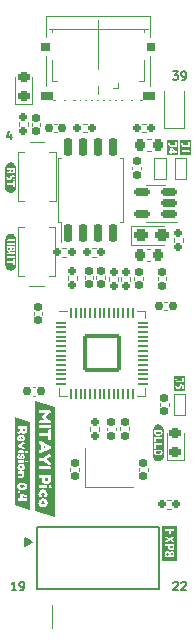
<source format=gbr>
G04 #@! TF.GenerationSoftware,KiCad,Pcbnew,(6.0.7)*
G04 #@! TF.CreationDate,2022-09-22T23:06:15+05:30*
G04 #@! TF.ProjectId,Mitayi-Pico-RP2040,4d697461-7969-42d5-9069-636f2d525032,0.4*
G04 #@! TF.SameCoordinates,PX825e060PY6d4a840*
G04 #@! TF.FileFunction,Legend,Top*
G04 #@! TF.FilePolarity,Positive*
%FSLAX46Y46*%
G04 Gerber Fmt 4.6, Leading zero omitted, Abs format (unit mm)*
G04 Created by KiCad (PCBNEW (6.0.7)) date 2022-09-22 23:06:15*
%MOMM*%
%LPD*%
G01*
G04 APERTURE LIST*
G04 Aperture macros list*
%AMRoundRect*
0 Rectangle with rounded corners*
0 $1 Rounding radius*
0 $2 $3 $4 $5 $6 $7 $8 $9 X,Y pos of 4 corners*
0 Add a 4 corners polygon primitive as box body*
4,1,4,$2,$3,$4,$5,$6,$7,$8,$9,$2,$3,0*
0 Add four circle primitives for the rounded corners*
1,1,$1+$1,$2,$3*
1,1,$1+$1,$4,$5*
1,1,$1+$1,$6,$7*
1,1,$1+$1,$8,$9*
0 Add four rect primitives between the rounded corners*
20,1,$1+$1,$2,$3,$4,$5,0*
20,1,$1+$1,$4,$5,$6,$7,0*
20,1,$1+$1,$6,$7,$8,$9,0*
20,1,$1+$1,$8,$9,$2,$3,0*%
%AMFreePoly0*
4,1,13,-0.340000,0.160000,-0.327821,0.221229,-0.293137,0.273137,-0.241229,0.307821,-0.180000,0.320000,0.340000,0.320000,0.340000,-0.320000,-0.180000,-0.320000,-0.241229,-0.307821,-0.293137,-0.273137,-0.327821,-0.221229,-0.340000,-0.160000,-0.340000,0.160000,-0.340000,0.160000,$1*%
%AMFreePoly1*
4,1,13,-0.340000,0.320000,0.180000,0.320000,0.241229,0.307821,0.293137,0.273137,0.327821,0.221229,0.340000,0.160000,0.340000,-0.160000,0.327821,-0.221229,0.293137,-0.273137,0.241229,-0.307821,0.180000,-0.320000,-0.340000,-0.320000,-0.340000,0.320000,-0.340000,0.320000,$1*%
G04 Aperture macros list end*
%ADD10C,0.150000*%
%ADD11C,0.120000*%
%ADD12C,0.100000*%
%ADD13C,0.020000*%
%ADD14FreePoly0,270.000000*%
%ADD15FreePoly1,270.000000*%
%ADD16RoundRect,0.218750X0.256250X-0.218750X0.256250X0.218750X-0.256250X0.218750X-0.256250X-0.218750X0*%
%ADD17RoundRect,0.155000X0.155000X-0.212500X0.155000X0.212500X-0.155000X0.212500X-0.155000X-0.212500X0*%
%ADD18RoundRect,0.225000X0.225000X0.250000X-0.225000X0.250000X-0.225000X-0.250000X0.225000X-0.250000X0*%
%ADD19RoundRect,0.155000X0.212500X0.155000X-0.212500X0.155000X-0.212500X-0.155000X0.212500X-0.155000X0*%
%ADD20RoundRect,0.160000X0.197500X0.160000X-0.197500X0.160000X-0.197500X-0.160000X0.197500X-0.160000X0*%
%ADD21C,1.500000*%
%ADD22RoundRect,0.160000X-0.160000X0.197500X-0.160000X-0.197500X0.160000X-0.197500X0.160000X0.197500X0*%
%ADD23RoundRect,0.155000X-0.212500X-0.155000X0.212500X-0.155000X0.212500X0.155000X-0.212500X0.155000X0*%
%ADD24RoundRect,0.050000X-0.387500X-0.050000X0.387500X-0.050000X0.387500X0.050000X-0.387500X0.050000X0*%
%ADD25RoundRect,0.050000X-0.050000X-0.387500X0.050000X-0.387500X0.050000X0.387500X-0.050000X0.387500X0*%
%ADD26RoundRect,0.144000X-1.456000X-1.456000X1.456000X-1.456000X1.456000X1.456000X-1.456000X1.456000X0*%
%ADD27RoundRect,0.155000X-0.155000X0.212500X-0.155000X-0.212500X0.155000X-0.212500X0.155000X0.212500X0*%
%ADD28RoundRect,0.150000X0.150000X-0.650000X0.150000X0.650000X-0.150000X0.650000X-0.150000X-0.650000X0*%
%ADD29O,1.600000X1.700000*%
%ADD30R,1.600000X3.200000*%
%ADD31FreePoly0,90.000000*%
%ADD32FreePoly1,90.000000*%
%ADD33RoundRect,0.225000X-0.225000X-0.250000X0.225000X-0.250000X0.225000X0.250000X-0.225000X0.250000X0*%
%ADD34C,0.670000*%
%ADD35R,0.300000X1.450000*%
%ADD36RoundRect,0.500000X0.000000X0.300000X0.000000X0.300000X0.000000X-0.300000X0.000000X-0.300000X0*%
%ADD37R,1.400000X1.200000*%
%ADD38RoundRect,0.160000X0.160000X-0.197500X0.160000X0.197500X-0.160000X0.197500X-0.160000X-0.197500X0*%
%ADD39R,1.000000X1.000000*%
%ADD40R,0.400000X1.350000*%
%ADD41R,1.500000X1.900000*%
%ADD42O,1.200000X1.900000*%
%ADD43C,1.450000*%
%ADD44R,1.200000X1.900000*%
%ADD45R,1.700000X1.150000*%
%ADD46R,3.200000X1.600000*%
%ADD47O,1.700000X1.600000*%
%ADD48RoundRect,0.250000X-0.312500X-0.275000X0.312500X-0.275000X0.312500X0.275000X-0.312500X0.275000X0*%
%ADD49RoundRect,0.160000X-0.197500X-0.160000X0.197500X-0.160000X0.197500X0.160000X-0.197500X0.160000X0*%
%ADD50RoundRect,0.150000X0.512500X0.150000X-0.512500X0.150000X-0.512500X-0.150000X0.512500X-0.150000X0*%
%ADD51R,1.700000X1.700000*%
%ADD52O,1.700000X1.700000*%
G04 APERTURE END LIST*
D10*
X15650000Y3700000D02*
X5350000Y3700000D01*
X15650000Y8950000D02*
X15650000Y3700000D01*
X15650000Y8950000D02*
X5350000Y8950000D01*
X5350000Y3700000D02*
X5350000Y8950000D01*
X16833333Y47483334D02*
X17266666Y47483334D01*
X17033333Y47216667D01*
X17133333Y47216667D01*
X17200000Y47183334D01*
X17233333Y47150000D01*
X17266666Y47083334D01*
X17266666Y46916667D01*
X17233333Y46850000D01*
X17200000Y46816667D01*
X17133333Y46783334D01*
X16933333Y46783334D01*
X16866666Y46816667D01*
X16833333Y46850000D01*
X17600000Y46783334D02*
X17733333Y46783334D01*
X17800000Y46816667D01*
X17833333Y46850000D01*
X17900000Y46950000D01*
X17933333Y47083334D01*
X17933333Y47350000D01*
X17900000Y47416667D01*
X17866666Y47450000D01*
X17800000Y47483334D01*
X17666666Y47483334D01*
X17600000Y47450000D01*
X17566666Y47416667D01*
X17533333Y47350000D01*
X17533333Y47183334D01*
X17566666Y47116667D01*
X17600000Y47083334D01*
X17666666Y47050000D01*
X17800000Y47050000D01*
X17866666Y47083334D01*
X17900000Y47116667D01*
X17933333Y47183334D01*
X4340476Y7954762D02*
X4302380Y7954762D01*
X4416666Y7916667D02*
X4302380Y7916667D01*
X4492857Y7878572D02*
X4302380Y7878572D01*
X4569047Y7840477D02*
X4302380Y7840477D01*
X4607142Y7802381D02*
X4302380Y7802381D01*
X4683333Y7764286D02*
X4302380Y7764286D01*
X4759523Y7726191D02*
X4302380Y7726191D01*
X4835714Y7688096D02*
X4302380Y7688096D01*
X4911904Y7650000D02*
X4302380Y7650000D01*
X4835714Y7611905D02*
X4302380Y7611905D01*
X4759523Y7573810D02*
X4302380Y7573810D01*
X4683333Y7535715D02*
X4302380Y7535715D01*
X4607142Y7497620D02*
X4302380Y7497620D01*
X4569047Y7459524D02*
X4302380Y7459524D01*
X4492857Y7421429D02*
X4302380Y7421429D01*
X4416666Y7383334D02*
X4302380Y7383334D01*
X4302380Y7345239D02*
X4873809Y7650000D01*
X4302380Y7954762D01*
X4340476Y7345239D02*
X4302380Y7345239D01*
X4911904Y7650000D02*
X4302380Y7307143D01*
X4302380Y7992858D01*
X4911904Y7650000D01*
X16866666Y4216667D02*
X16900000Y4250000D01*
X16966666Y4283334D01*
X17133333Y4283334D01*
X17200000Y4250000D01*
X17233333Y4216667D01*
X17266666Y4150000D01*
X17266666Y4083334D01*
X17233333Y3983334D01*
X16833333Y3583334D01*
X17266666Y3583334D01*
X17533333Y4216667D02*
X17566666Y4250000D01*
X17633333Y4283334D01*
X17800000Y4283334D01*
X17866666Y4250000D01*
X17900000Y4216667D01*
X17933333Y4150000D01*
X17933333Y4083334D01*
X17900000Y3983334D01*
X17500000Y3583334D01*
X17933333Y3583334D01*
X3133333Y42200000D02*
X3133333Y41733334D01*
X2966666Y42466667D02*
X2800000Y41966667D01*
X3233333Y41966667D01*
X3566666Y3583334D02*
X3166666Y3583334D01*
X3366666Y3583334D02*
X3366666Y4283334D01*
X3300000Y4183334D01*
X3233333Y4116667D01*
X3166666Y4083334D01*
X3900000Y3583334D02*
X4033333Y3583334D01*
X4100000Y3616667D01*
X4133333Y3650000D01*
X4200000Y3750000D01*
X4233333Y3883334D01*
X4233333Y4150000D01*
X4200000Y4216667D01*
X4166666Y4250000D01*
X4100000Y4283334D01*
X3966666Y4283334D01*
X3900000Y4250000D01*
X3866666Y4216667D01*
X3833333Y4150000D01*
X3833333Y3983334D01*
X3866666Y3916667D01*
X3900000Y3883334D01*
X3966666Y3850000D01*
X4100000Y3850000D01*
X4166666Y3883334D01*
X4200000Y3916667D01*
X4233333Y3983334D01*
G36*
X3431213Y10786413D02*
G01*
X3431213Y11253508D01*
X3679392Y11253508D01*
X3686059Y11199612D01*
X3713285Y11167386D01*
X3777182Y11156829D01*
X4395037Y11156829D01*
X4433931Y11158496D01*
X4463379Y11169053D01*
X4486715Y11199057D01*
X4493938Y11255175D01*
X4487826Y11311849D01*
X4466157Y11342408D01*
X4438376Y11352965D01*
X4400593Y11354632D01*
X4097222Y11354632D01*
X4097222Y11535766D01*
X4368367Y11467979D01*
X4371701Y11466868D01*
X4418373Y11459089D01*
X4461156Y11478536D01*
X4489493Y11536877D01*
X4497272Y11587994D01*
X4485048Y11626332D01*
X4459489Y11646335D01*
X4420596Y11658003D01*
X4048327Y11750237D01*
X4003877Y11753571D01*
X3956093Y11748014D01*
X3924422Y11717733D01*
X3913866Y11655781D01*
X3913866Y11354632D01*
X3778293Y11354632D01*
X3720508Y11347964D01*
X3698283Y11333518D01*
X3684948Y11304626D01*
X3679392Y11253508D01*
X3431213Y11253508D01*
X3431213Y11895255D01*
X3677169Y11895255D01*
X3685226Y11840665D01*
X3709396Y11811356D01*
X3739955Y11799687D01*
X3779404Y11798021D01*
X3783849Y11798021D01*
X3861637Y11816912D01*
X3879139Y11852889D01*
X3884973Y11909701D01*
X3876639Y11964291D01*
X3851636Y11993601D01*
X3821632Y12004157D01*
X3782738Y12005824D01*
X3778293Y12005824D01*
X3698283Y11984155D01*
X3682448Y11951095D01*
X3677169Y11895255D01*
X3431213Y11895255D01*
X3431213Y12370314D01*
X3662723Y12370314D01*
X3669946Y12299333D01*
X3691616Y12237520D01*
X3724397Y12186541D01*
X3764958Y12148064D01*
X3829063Y12110143D01*
X3903587Y12083056D01*
X3988528Y12066804D01*
X4083887Y12061387D01*
X4157353Y12065091D01*
X4228102Y12076204D01*
X4296136Y12094724D01*
X4352254Y12117922D01*
X4400593Y12147509D01*
X4441432Y12186402D01*
X4475047Y12237520D01*
X4497550Y12299611D01*
X4505051Y12371426D01*
X4497411Y12443518D01*
X4474491Y12506442D01*
X4440320Y12558255D01*
X4398926Y12597009D01*
X4345447Y12627708D01*
X4275022Y12655350D01*
X4218842Y12669858D01*
X4155501Y12678563D01*
X4084998Y12681464D01*
X4007087Y12677884D01*
X3934856Y12667142D01*
X3868304Y12649238D01*
X3812464Y12625207D01*
X3764958Y12595342D01*
X3725092Y12556171D01*
X3692171Y12504220D01*
X3670085Y12441573D01*
X3662723Y12370314D01*
X3431213Y12370314D01*
X3431213Y13132632D01*
X3679392Y13132632D01*
X3686893Y13075402D01*
X3709396Y13045954D01*
X3737732Y13036509D01*
X3776071Y13034842D01*
X3971651Y13034842D01*
X4049006Y13043053D01*
X4118089Y13067685D01*
X4178899Y13108740D01*
X4226127Y13162142D01*
X4254464Y13223816D01*
X4263909Y13293763D01*
X4238351Y13377107D01*
X4215014Y13407111D01*
X4192789Y13427113D01*
X4238351Y13438226D01*
X4257520Y13466840D01*
X4263909Y13521569D01*
X4256964Y13577965D01*
X4236128Y13607136D01*
X4207791Y13617692D01*
X4170564Y13619359D01*
X3777182Y13619359D01*
X3738844Y13617692D01*
X3709396Y13608247D01*
X3686893Y13579077D01*
X3679392Y13522681D01*
X3686893Y13465729D01*
X3709396Y13437114D01*
X3737732Y13426557D01*
X3776071Y13424891D01*
X3972762Y13424891D01*
X4042771Y13397665D01*
X4069441Y13326545D01*
X4043882Y13256536D01*
X3972762Y13230422D01*
X3777182Y13230422D01*
X3720508Y13223754D01*
X3689671Y13194862D01*
X3679392Y13132632D01*
X3431213Y13132632D01*
X3431213Y13997184D01*
X3668279Y13997184D01*
X3676753Y13925092D01*
X3702172Y13855500D01*
X3745511Y13792298D01*
X3807741Y13739374D01*
X3884556Y13703537D01*
X3971651Y13691591D01*
X4055303Y13701839D01*
X4128460Y13732583D01*
X4191123Y13783824D01*
X4238968Y13848400D01*
X4267675Y13919150D01*
X4277244Y13996073D01*
X4267614Y14073120D01*
X4238721Y14144240D01*
X4190567Y14209433D01*
X4127596Y14261291D01*
X4054254Y14292406D01*
X3970539Y14302778D01*
X3886223Y14290971D01*
X3811075Y14255550D01*
X3749123Y14202905D01*
X3704395Y14139424D01*
X3677308Y14069416D01*
X3668279Y13997184D01*
X3431213Y13997184D01*
X3431213Y14472799D01*
X3678281Y14472799D01*
X3685504Y14415848D01*
X3707173Y14387233D01*
X3736621Y14376676D01*
X3774959Y14375009D01*
X4163897Y14375009D01*
X4196123Y14376121D01*
X4243907Y14396123D01*
X4262798Y14471688D01*
X4262728Y14472244D01*
X4342808Y14472244D01*
X4349476Y14416126D01*
X4372256Y14386678D01*
X4401149Y14376676D01*
X4439487Y14375009D01*
X4477825Y14376676D01*
X4507273Y14387233D01*
X4529776Y14415570D01*
X4537277Y14471688D01*
X4529776Y14528918D01*
X4507273Y14558366D01*
X4478936Y14567811D01*
X4440598Y14569478D01*
X4402260Y14567811D01*
X4372812Y14557810D01*
X4349476Y14528362D01*
X4342808Y14472244D01*
X4262728Y14472244D01*
X4255575Y14528918D01*
X4233906Y14558366D01*
X4204458Y14567811D01*
X4166119Y14569478D01*
X3776071Y14569478D01*
X3737177Y14567811D01*
X3708284Y14558366D01*
X3685782Y14529195D01*
X3678281Y14472799D01*
X3431213Y14472799D01*
X3431213Y14902298D01*
X3668279Y14902298D01*
X3672107Y14834820D01*
X3683590Y14775368D01*
X3702728Y14723942D01*
X3763291Y14663379D01*
X3808158Y14647127D01*
X3861637Y14641709D01*
X3914560Y14647127D01*
X3957760Y14663379D01*
X4011656Y14717274D01*
X4039437Y14787283D01*
X4053883Y14859514D01*
X4069718Y14916188D01*
X4097222Y14935079D01*
X4121669Y14869516D01*
X4105001Y14791173D01*
X4088332Y14741722D01*
X4127226Y14691716D01*
X4192789Y14667268D01*
X4237239Y14706162D01*
X4265576Y14788394D01*
X4275022Y14868404D01*
X4267999Y14955215D01*
X4246929Y15022735D01*
X4211814Y15070963D01*
X4162652Y15099900D01*
X4099444Y15109546D01*
X4044576Y15104267D01*
X3997765Y15088432D01*
X3934979Y15035092D01*
X3900808Y14965917D01*
X3882751Y14896186D01*
X3869971Y14840345D01*
X3851636Y14821732D01*
X3831633Y14838678D01*
X3824966Y14889518D01*
X3852191Y14973973D01*
X3879417Y15047871D01*
X3860526Y15087321D01*
X3809130Y15118991D01*
X3772737Y15129548D01*
X3730509Y15108434D01*
X3695937Y15041574D01*
X3675194Y14972862D01*
X3668279Y14902298D01*
X3431213Y14902298D01*
X3431213Y15299569D01*
X3678281Y15299569D01*
X3685504Y15242618D01*
X3707173Y15214003D01*
X3736621Y15203446D01*
X3774959Y15201779D01*
X4163897Y15201779D01*
X4196123Y15202891D01*
X4243907Y15222893D01*
X4262798Y15298458D01*
X4262728Y15299014D01*
X4342808Y15299014D01*
X4349476Y15242896D01*
X4372256Y15213448D01*
X4401149Y15203446D01*
X4439487Y15201779D01*
X4477825Y15203446D01*
X4507273Y15214003D01*
X4529776Y15242340D01*
X4537277Y15298458D01*
X4529776Y15355688D01*
X4507273Y15385136D01*
X4478936Y15394581D01*
X4440598Y15396248D01*
X4402260Y15394581D01*
X4372812Y15384580D01*
X4349476Y15355132D01*
X4342808Y15299014D01*
X4262728Y15299014D01*
X4255575Y15355688D01*
X4233906Y15385136D01*
X4204458Y15394581D01*
X4166119Y15396248D01*
X3776071Y15396248D01*
X3737177Y15394581D01*
X3708284Y15385136D01*
X3685782Y15355965D01*
X3678281Y15299569D01*
X3431213Y15299569D01*
X3431213Y15793520D01*
X3672724Y15793520D01*
X3687726Y15745181D01*
X3721619Y15709621D01*
X4116113Y15479592D01*
X4177232Y15457367D01*
X4215014Y15471813D01*
X4250574Y15515152D01*
X4273911Y15576271D01*
X4264465Y15611831D01*
X4245574Y15631278D01*
X4215014Y15649613D01*
X3934979Y15795187D01*
X4215014Y15940761D01*
X4260020Y15970209D01*
X4275022Y16008547D01*
X4250574Y16075222D01*
X4214737Y16118561D01*
X4176121Y16133007D01*
X4116113Y16110782D01*
X3720508Y15879642D01*
X3708284Y15869641D01*
X3684392Y15839081D01*
X3672724Y15793520D01*
X3431213Y15793520D01*
X3431213Y16443046D01*
X3663834Y16443046D01*
X3670016Y16339491D01*
X3688560Y16265523D01*
X3719466Y16221143D01*
X3762736Y16206349D01*
X3813853Y16220796D01*
X3863859Y16281914D01*
X3851636Y16326364D01*
X3847191Y16338588D01*
X3837189Y16382205D01*
X3833856Y16439712D01*
X3854969Y16513054D01*
X3907198Y16549726D01*
X3907198Y16286359D01*
X3939980Y16211350D01*
X3981652Y16185930D01*
X4041104Y16177457D01*
X4106806Y16186903D01*
X4167231Y16215239D01*
X4214875Y16256495D01*
X4248908Y16308029D01*
X4269327Y16369842D01*
X4276133Y16441934D01*
X4266811Y16527315D01*
X4238845Y16602695D01*
X4192234Y16668074D01*
X4130065Y16718389D01*
X4055427Y16748578D01*
X3968317Y16758641D01*
X3896580Y16750862D01*
X3829534Y16727526D01*
X3767181Y16688632D01*
X3725092Y16645988D01*
X3692171Y16589175D01*
X3670919Y16520694D01*
X3663834Y16443046D01*
X3431213Y16443046D01*
X3431213Y16929218D01*
X3671613Y16929218D01*
X3687171Y16871988D01*
X3719397Y16820315D01*
X3758291Y16803091D01*
X3816076Y16819759D01*
X3886825Y16850874D01*
X3944981Y16876063D01*
X3990542Y16895324D01*
X4049562Y16849022D01*
X4118459Y16821241D01*
X4197234Y16811981D01*
X4266132Y16819204D01*
X4328362Y16840873D01*
X4381146Y16873655D01*
X4421707Y16914216D01*
X4461218Y16976322D01*
X4484925Y17039663D01*
X4492827Y17104239D01*
X4492827Y17344269D01*
X4485326Y17401499D01*
X4462823Y17430947D01*
X4433375Y17441504D01*
X4395037Y17443171D01*
X3778293Y17443171D01*
X3720508Y17436503D01*
X3689671Y17407055D01*
X3679392Y17345381D01*
X3686893Y17288151D01*
X3709396Y17258703D01*
X3738844Y17248146D01*
X3777182Y17246479D01*
X3902753Y17246479D01*
X3902753Y17106462D01*
X3904976Y17072013D01*
X3802617Y17028798D01*
X3735572Y16999905D01*
X3703839Y16985336D01*
X3682170Y16964778D01*
X3671613Y16929218D01*
X3431213Y16929218D01*
X3431213Y18214860D01*
X4768787Y17813587D01*
X4768787Y10385140D01*
X3431213Y10786413D01*
G37*
G36*
X4182406Y12477689D02*
G01*
X4252380Y12456436D01*
X4294365Y12421015D01*
X4308359Y12371426D01*
X4294399Y12321836D01*
X4252519Y12286415D01*
X4182719Y12265162D01*
X4084998Y12258078D01*
X4078331Y12258078D01*
X3983041Y12265232D01*
X3914977Y12286693D01*
X3874138Y12322461D01*
X3860526Y12372537D01*
X3874520Y12421640D01*
X3916505Y12456714D01*
X3986479Y12477758D01*
X4084442Y12484773D01*
X4182406Y12477689D01*
G37*
G36*
X4296136Y17106462D02*
G01*
X4271133Y17039787D01*
X4197234Y17007561D01*
X4123892Y17039787D01*
X4099444Y17104239D01*
X4099444Y17246479D01*
X4296136Y17246479D01*
X4296136Y17106462D01*
G37*
G36*
X4019573Y14097475D02*
G01*
X4053883Y14071638D01*
X4081664Y13997184D01*
X4054994Y13922731D01*
X4021379Y13896894D01*
X3973873Y13888282D01*
X3926089Y13897450D01*
X3891641Y13924953D01*
X3863859Y13998296D01*
X3891085Y14070527D01*
X3924978Y14097197D01*
X3972206Y14106087D01*
X4019573Y14097475D01*
G37*
G36*
X4071107Y16516388D02*
G01*
X4100556Y16444713D01*
X4084998Y16389150D01*
X4043882Y16369703D01*
X4008322Y16411931D01*
X4008322Y16551948D01*
X4071107Y16516388D01*
G37*
G36*
X5142988Y10288972D02*
G01*
X5142988Y10979535D01*
X5442073Y10979535D01*
X5452967Y10886845D01*
X5485650Y10797369D01*
X5541371Y10716109D01*
X5621381Y10648065D01*
X5720144Y10601988D01*
X5832122Y10586629D01*
X5939675Y10599805D01*
X6033734Y10639334D01*
X6114300Y10705215D01*
X6175816Y10788241D01*
X6212725Y10879205D01*
X6225028Y10978106D01*
X6212646Y11077166D01*
X6175498Y11168606D01*
X6113586Y11252426D01*
X6032623Y11319101D01*
X5938326Y11359106D01*
X5830693Y11372441D01*
X5722287Y11357261D01*
X5625667Y11311719D01*
X5546015Y11244032D01*
X5488507Y11162415D01*
X5453682Y11072404D01*
X5442073Y10979535D01*
X5142988Y10979535D01*
X5142988Y11722485D01*
X5447788Y11722485D01*
X5462076Y11613186D01*
X5504938Y11522460D01*
X5553873Y11463524D01*
X5606379Y11443879D01*
X5680674Y11476740D01*
X5737467Y11533533D01*
X5756398Y11581039D01*
X5729966Y11644618D01*
X5703534Y11728914D01*
X5737110Y11813925D01*
X5831407Y11853930D01*
X5926419Y11812496D01*
X5960709Y11723199D01*
X5936421Y11649619D01*
X5904988Y11572466D01*
X5924633Y11524246D01*
X5983569Y11473882D01*
X6065723Y11443879D01*
X6130731Y11481026D01*
X6157877Y11521031D01*
X6172164Y11543891D01*
X6201454Y11619615D01*
X6216456Y11725342D01*
X6205978Y11813131D01*
X6174546Y11897427D01*
X6122158Y11978231D01*
X6069116Y12031452D01*
X6001429Y12073957D01*
X5922133Y12101818D01*
X5834265Y12111105D01*
X5746040Y12101818D01*
X5665672Y12073957D01*
X5596914Y12031452D01*
X5543514Y11978231D01*
X5490333Y11895205D01*
X5458424Y11809956D01*
X5447788Y11722485D01*
X5142988Y11722485D01*
X5142988Y12329704D01*
X5454932Y12329704D01*
X5464219Y12256480D01*
X5492079Y12219690D01*
X5529941Y12206117D01*
X5579233Y12203974D01*
X6079296Y12203974D01*
X6120729Y12205402D01*
X6182166Y12231120D01*
X6206454Y12328275D01*
X6206364Y12328989D01*
X6309324Y12328989D01*
X6317897Y12256837D01*
X6347186Y12218976D01*
X6384334Y12206117D01*
X6433626Y12203974D01*
X6482918Y12206117D01*
X6520779Y12219690D01*
X6549712Y12256123D01*
X6559356Y12328275D01*
X6549712Y12401856D01*
X6520779Y12439717D01*
X6484346Y12451862D01*
X6435054Y12454005D01*
X6385763Y12451862D01*
X6347901Y12439003D01*
X6317897Y12401141D01*
X6309324Y12328989D01*
X6206364Y12328989D01*
X6197168Y12401856D01*
X6169307Y12439717D01*
X6131445Y12451862D01*
X6082153Y12454005D01*
X5580662Y12454005D01*
X5530656Y12451862D01*
X5493508Y12439717D01*
X5464576Y12402213D01*
X5454932Y12329704D01*
X5142988Y12329704D01*
X5142988Y13231245D01*
X5456361Y13231245D01*
X5466005Y13157664D01*
X5494937Y13119802D01*
X5532799Y13106229D01*
X5582091Y13104086D01*
X5743539Y13104086D01*
X5743539Y12925492D01*
X5753699Y12841672D01*
X5784179Y12759757D01*
X5834979Y12679748D01*
X5886950Y12626527D01*
X5954280Y12584021D01*
X6033754Y12556161D01*
X6122158Y12546874D01*
X6210741Y12556161D01*
X6290751Y12584021D01*
X6358616Y12626527D01*
X6410766Y12679748D01*
X6461566Y12759599D01*
X6492046Y12841038D01*
X6502206Y12924064D01*
X6502206Y13229816D01*
X6492562Y13303397D01*
X6463629Y13341259D01*
X6425768Y13354832D01*
X6376476Y13356975D01*
X5583519Y13356975D01*
X5509224Y13348402D01*
X5469577Y13310541D01*
X5456361Y13231245D01*
X5142988Y13231245D01*
X5142988Y13959907D01*
X5454932Y13959907D01*
X5464576Y13886327D01*
X5493508Y13848465D01*
X5530656Y13834892D01*
X5580662Y13832749D01*
X6375047Y13832749D01*
X6449342Y13839892D01*
X6488990Y13878826D01*
X6502206Y13958479D01*
X6492562Y14032059D01*
X6463629Y14069921D01*
X6425768Y14083494D01*
X6376476Y14085637D01*
X5582091Y14085637D01*
X5509224Y14077065D01*
X5468505Y14039203D01*
X5454932Y13959907D01*
X5142988Y13959907D01*
X5142988Y14632849D01*
X5452074Y14632849D01*
X5460647Y14559982D01*
X5490651Y14521406D01*
X5528512Y14507833D01*
X5577804Y14505690D01*
X5850696Y14505690D01*
X6312182Y14197080D01*
X6387906Y14164219D01*
X6434340Y14181721D01*
X6482203Y14234227D01*
X6517922Y14317809D01*
X6504349Y14364244D01*
X6447913Y14411392D01*
X6093583Y14632849D01*
X6447913Y14854305D01*
X6506492Y14905740D01*
X6517922Y14948603D01*
X6475774Y15038614D01*
X6432733Y15085763D01*
X6387906Y15101479D01*
X6312182Y15068618D01*
X5850696Y14760008D01*
X5580662Y14760008D01*
X5529941Y14757864D01*
X5491365Y14744291D01*
X5460647Y14705715D01*
X5452074Y14632849D01*
X5142988Y14632849D01*
X5142988Y15303647D01*
X5440644Y15303647D01*
X5464933Y15227209D01*
X5508867Y15165058D01*
X5557802Y15144341D01*
X5630668Y15168630D01*
X6427911Y15554393D01*
X6483632Y15601541D01*
X6502206Y15668693D01*
X6482203Y15736558D01*
X6429339Y15784421D01*
X5630668Y16170184D01*
X5557802Y16194473D01*
X5509224Y16173756D01*
X5466362Y16111605D01*
X5442073Y16035167D01*
X5455646Y15989447D01*
X5482078Y15963729D01*
X5523512Y15941584D01*
X5677817Y15867289D01*
X5677817Y15471525D01*
X5523512Y15397230D01*
X5480649Y15375084D01*
X5453503Y15349367D01*
X5440644Y15303647D01*
X5142988Y15303647D01*
X5142988Y16738826D01*
X5454932Y16738826D01*
X5463504Y16667389D01*
X5492794Y16629527D01*
X5529227Y16616668D01*
X5577804Y16614525D01*
X6296466Y16614525D01*
X6296466Y16341634D01*
X6309324Y16268768D01*
X6340043Y16244479D01*
X6399336Y16237335D01*
X6459343Y16244479D01*
X6492919Y16273054D01*
X6503634Y16340205D01*
X6503634Y17134590D01*
X6490776Y17207456D01*
X6460058Y17231745D01*
X6400764Y17238889D01*
X6340757Y17231745D01*
X6307181Y17203170D01*
X6296466Y17136019D01*
X6296466Y16861699D01*
X5579233Y16861699D01*
X5529941Y16859556D01*
X5492794Y16846697D01*
X5463504Y16809549D01*
X5454932Y16738826D01*
X5142988Y16738826D01*
X5142988Y17444629D01*
X5454932Y17444629D01*
X5464576Y17371048D01*
X5493508Y17333186D01*
X5530656Y17319613D01*
X5580662Y17317470D01*
X6375047Y17317470D01*
X6449342Y17324614D01*
X6488990Y17363547D01*
X6502206Y17443200D01*
X6492562Y17516781D01*
X6463629Y17554643D01*
X6425768Y17568216D01*
X6376476Y17570359D01*
X5582091Y17570359D01*
X5509224Y17561786D01*
X5468505Y17523924D01*
X5454932Y17444629D01*
X5142988Y17444629D01*
X5142988Y17807531D01*
X5456361Y17807531D01*
X5464933Y17738951D01*
X5502438Y17698232D01*
X5580662Y17684659D01*
X6373618Y17684659D01*
X6423624Y17686802D01*
X6462201Y17700375D01*
X6491133Y17738058D01*
X6500777Y17811103D01*
X6491133Y17885220D01*
X6462201Y17926118D01*
X6412309Y17965151D01*
X6344929Y18017100D01*
X6260061Y18081966D01*
X6157705Y18159747D01*
X6037862Y18250444D01*
X6463629Y18574770D01*
X6472202Y18583343D01*
X6491490Y18619776D01*
X6500777Y18686213D01*
X6491490Y18759079D01*
X6463629Y18797655D01*
X6425768Y18811228D01*
X6376476Y18813371D01*
X5583519Y18813371D01*
X5532084Y18811228D01*
X5494937Y18797655D01*
X5466005Y18759793D01*
X5456361Y18689070D01*
X5466005Y18616204D01*
X5494937Y18577628D01*
X5531370Y18564054D01*
X5580662Y18561911D01*
X6062151Y18561911D01*
X6026610Y18535479D01*
X5937135Y18470471D01*
X5840873Y18400105D01*
X5784973Y18357600D01*
X5769257Y18346170D01*
X5739967Y18308308D01*
X5724966Y18249729D01*
X5741396Y18189722D01*
X5767114Y18154718D01*
X5800689Y18129000D01*
X5843016Y18097925D01*
X5921419Y18041846D01*
X6004822Y17981482D01*
X6062151Y17937548D01*
X5583519Y17937548D01*
X5509224Y17930404D01*
X5480649Y17910401D01*
X5463504Y17873254D01*
X5456361Y17807531D01*
X5142988Y17807531D01*
X5142988Y19625235D01*
X6857012Y19111028D01*
X6857012Y9774765D01*
X5142988Y10288972D01*
G37*
G36*
X6249317Y12925492D02*
G01*
X6217170Y12839767D01*
X6122158Y12798334D01*
X6027861Y12839767D01*
X5996428Y12924064D01*
X5996428Y13104086D01*
X6249317Y13104086D01*
X6249317Y12925492D01*
G37*
G36*
X5893737Y11108480D02*
G01*
X5937849Y11075261D01*
X5973568Y10979535D01*
X5939278Y10883809D01*
X5896058Y10850590D01*
X5834979Y10839517D01*
X5773543Y10851305D01*
X5729252Y10886666D01*
X5693533Y10980964D01*
X5728537Y11073832D01*
X5772114Y11108122D01*
X5832836Y11119552D01*
X5893737Y11108480D01*
G37*
G36*
X6085011Y15670121D02*
G01*
X5889272Y15574395D01*
X5889272Y15764419D01*
X6085011Y15670121D01*
G37*
D11*
X16920000Y20190000D02*
X16920000Y18390000D01*
X17880000Y20190000D02*
X16920000Y20190000D01*
X17880000Y18390000D02*
X16920000Y18390000D01*
X17880000Y20190000D02*
X17880000Y18390000D01*
X16295000Y14565000D02*
X17765000Y14565000D01*
X17765000Y14565000D02*
X17765000Y16850000D01*
X16295000Y16850000D02*
X16295000Y14565000D01*
X8150000Y13664165D02*
X8150000Y13895835D01*
X8870000Y13664165D02*
X8870000Y13895835D01*
X5070000Y26894165D02*
X5070000Y27125835D01*
X5790000Y26894165D02*
X5790000Y27125835D01*
X14950580Y41800000D02*
X14669420Y41800000D01*
X14950580Y40780000D02*
X14669420Y40780000D01*
X5195835Y20040000D02*
X4964165Y20040000D01*
X5195835Y20760000D02*
X4964165Y20760000D01*
X16265000Y29814165D02*
X16265000Y30045835D01*
X15545000Y29814165D02*
X15545000Y30045835D01*
G36*
X16814160Y7302985D02*
G01*
X16814795Y7264250D01*
X16807651Y7208211D01*
X16786220Y7164555D01*
X16747644Y7136456D01*
X16689065Y7127090D01*
X16627311Y7136615D01*
X16586830Y7165190D01*
X16564446Y7212497D01*
X16556985Y7278220D01*
X16556985Y7341720D01*
X16810985Y7341720D01*
X16814160Y7302985D01*
G37*
G36*
X17172512Y9021083D02*
G01*
X17172512Y6078917D01*
X15927488Y6078917D01*
X15927488Y6617820D01*
X16139155Y6617820D01*
X16144235Y6547652D01*
X16159475Y6489550D01*
X16210910Y6405095D01*
X16281395Y6358105D01*
X16358865Y6343500D01*
X16416015Y6350961D01*
X16468085Y6373345D01*
X16515710Y6413826D01*
X16559525Y6475580D01*
X16599371Y6426050D01*
X16647790Y6391760D01*
X16700971Y6371757D01*
X16755105Y6365090D01*
X16839560Y6381759D01*
X16904965Y6431765D01*
X16946875Y6510029D01*
X16960845Y6611470D01*
X16955448Y6676875D01*
X16939255Y6730850D01*
X16884645Y6808320D01*
X16810350Y6850865D01*
X16730975Y6864200D01*
X16639535Y6843880D01*
X16597625Y6814670D01*
X16558255Y6767680D01*
X16514599Y6819432D01*
X16464910Y6855310D01*
X16410459Y6876265D01*
X16352515Y6883250D01*
X16262980Y6864200D01*
X16195670Y6810225D01*
X16153760Y6726405D01*
X16142806Y6674811D01*
X16139155Y6617820D01*
X15927488Y6617820D01*
X15927488Y7341720D01*
X16155665Y7341720D01*
X16421095Y7341720D01*
X16421095Y7285840D01*
X16428080Y7191931D01*
X16449035Y7113402D01*
X16483960Y7050255D01*
X16534548Y7004041D01*
X16602493Y6976313D01*
X16687795Y6967070D01*
X16772250Y6976242D01*
X16839348Y7003759D01*
X16889090Y7049620D01*
X16923309Y7112132D01*
X16943841Y7189602D01*
X16950685Y7282030D01*
X16949415Y7331560D01*
X16946240Y7388710D01*
X16940525Y7446495D01*
X16931635Y7497930D01*
X16155665Y7497930D01*
X16155665Y7341720D01*
X15927488Y7341720D01*
X15927488Y7749390D01*
X16155665Y7749390D01*
X16155665Y7580480D01*
X16238850Y7614770D01*
X16289650Y7638106D01*
X16344260Y7664935D01*
X16401569Y7694621D01*
X16460465Y7726530D01*
X16518885Y7759868D01*
X16574765Y7793840D01*
X16941795Y7593180D01*
X16941795Y7750660D01*
X16690335Y7881470D01*
X16941795Y8005930D01*
X16941795Y8174840D01*
X16570955Y7969100D01*
X16515234Y8000215D01*
X16457290Y8032600D01*
X16399029Y8064826D01*
X16342355Y8095465D01*
X16288380Y8124040D01*
X16238215Y8150075D01*
X16155665Y8187540D01*
X16155665Y8018630D01*
X16224404Y7989420D01*
X16301080Y7955130D01*
X16380296Y7918300D01*
X16456655Y7881470D01*
X16377915Y7844164D01*
X16299175Y7808445D01*
X16223927Y7776219D01*
X16155665Y7749390D01*
X15927488Y7749390D01*
X15927488Y8756500D01*
X16155665Y8756500D01*
X16155665Y8252310D01*
X16285205Y8252310D01*
X16285205Y8600290D01*
X16506185Y8600290D01*
X16506185Y8322160D01*
X16635725Y8322160D01*
X16635725Y8600290D01*
X16812255Y8600290D01*
X16812255Y8280250D01*
X16941795Y8280250D01*
X16941795Y8756500D01*
X16155665Y8756500D01*
X15927488Y8756500D01*
X15927488Y9021083D01*
X17172512Y9021083D01*
G37*
G36*
X16808445Y6685765D02*
G01*
X16831305Y6614010D01*
X16809080Y6542255D01*
X16742405Y6512410D01*
X16674460Y6528920D01*
X16610325Y6584800D01*
X16640170Y6647347D01*
X16668745Y6687670D01*
X16741135Y6716880D01*
X16808445Y6685765D01*
G37*
G36*
X16440780Y6718150D02*
G01*
X16506185Y6663540D01*
X16472530Y6584800D01*
X16440780Y6530825D01*
X16405855Y6500345D01*
X16361405Y6490820D01*
X16296000Y6524475D01*
X16268695Y6615280D01*
X16294730Y6701005D01*
X16371565Y6737200D01*
X16440780Y6718150D01*
G37*
X4880000Y42874165D02*
X4880000Y43105835D01*
X5600000Y42874165D02*
X5600000Y43105835D01*
X7817621Y32550000D02*
X7482379Y32550000D01*
X7817621Y31790000D02*
X7482379Y31790000D01*
X16637621Y10480000D02*
X16302379Y10480000D01*
X16637621Y11240000D02*
X16302379Y11240000D01*
X10600000Y17387621D02*
X10600000Y17052379D01*
X9840000Y17387621D02*
X9840000Y17052379D01*
G36*
X16801111Y40864977D02*
G01*
X16865008Y40825527D01*
X16925571Y40783856D01*
X16980023Y40742739D01*
X16737770Y40742739D01*
X16737770Y40898314D01*
X16801111Y40864977D01*
G37*
G36*
X16333090Y40392696D02*
G01*
X16333090Y40606056D01*
X16463291Y40606056D01*
X16625534Y40606056D01*
X16625534Y40531602D01*
X16737770Y40531602D01*
X16737770Y40606056D01*
X17151155Y40606056D01*
X17151155Y40728293D01*
X17103788Y40772743D01*
X17050587Y40817193D01*
X16994052Y40860532D01*
X16936684Y40901648D01*
X16879593Y40939986D01*
X16823892Y40974991D01*
X16771802Y41005272D01*
X16725546Y41029442D01*
X16625534Y41029442D01*
X16625534Y40742739D01*
X16463291Y40742739D01*
X16463291Y40606056D01*
X16333090Y40606056D01*
X16333090Y41372818D01*
X16448845Y41372818D01*
X16453707Y41311144D01*
X16468292Y41259471D01*
X16491211Y41217104D01*
X16521076Y41183350D01*
X16598864Y41141123D01*
X16644703Y41131538D01*
X16693320Y41128343D01*
X17151155Y41128343D01*
X17151155Y41496167D01*
X17037808Y41496167D01*
X17037808Y41266138D01*
X16701099Y41266138D01*
X16636507Y41274334D01*
X16596086Y41298920D01*
X16574833Y41336841D01*
X16567749Y41385042D01*
X16584417Y41454495D01*
X16618866Y41516169D01*
X16509964Y41568398D01*
X16466625Y41489499D01*
X16453290Y41436993D01*
X16448845Y41372818D01*
X16333090Y41372818D01*
X16333090Y41707304D01*
X17266910Y41707304D01*
X17266910Y40392696D01*
X16333090Y40392696D01*
G37*
X16114165Y27990000D02*
X16345835Y27990000D01*
X16114165Y27270000D02*
X16345835Y27270000D01*
X14430000Y20020000D02*
X14430000Y20670000D01*
X7860000Y20020000D02*
X7210000Y20020000D01*
X7860000Y27240000D02*
X7210000Y27240000D01*
X14430000Y27240000D02*
X14430000Y26590000D01*
X7210000Y20020000D02*
X7210000Y20670000D01*
X13780000Y20020000D02*
X14430000Y20020000D01*
X13780000Y27240000D02*
X14430000Y27240000D01*
X12205000Y30117621D02*
X12205000Y29782379D01*
X11445000Y30117621D02*
X11445000Y29782379D01*
X12390000Y17345835D02*
X12390000Y17114165D01*
X13110000Y17345835D02*
X13110000Y17114165D01*
X7135000Y37450000D02*
X7135000Y40175000D01*
X7135000Y40175000D02*
X7395000Y40175000D01*
X12585000Y34725000D02*
X12325000Y34725000D01*
X12585000Y37450000D02*
X12585000Y40175000D01*
X7395000Y34725000D02*
X7395000Y33050000D01*
X7135000Y37450000D02*
X7135000Y34725000D01*
X12585000Y40175000D02*
X12325000Y40175000D01*
X7135000Y34725000D02*
X7395000Y34725000D01*
X12585000Y37450000D02*
X12585000Y34725000D01*
X11080000Y29909165D02*
X11080000Y30140835D01*
X10360000Y29909165D02*
X10360000Y30140835D01*
X10347621Y31790000D02*
X10012379Y31790000D01*
X10347621Y32550000D02*
X10012379Y32550000D01*
X14290000Y29824165D02*
X14290000Y30055835D01*
X13570000Y29824165D02*
X13570000Y30055835D01*
X6794165Y43060000D02*
X7025835Y43060000D01*
X6794165Y42340000D02*
X7025835Y42340000D01*
X6620000Y370000D02*
X6620000Y2300000D01*
X17020000Y38350000D02*
X17980000Y38350000D01*
X17020000Y38350000D02*
X17020000Y40150000D01*
X17020000Y40150000D02*
X17980000Y40150000D01*
X17980000Y38350000D02*
X17980000Y40150000D01*
X16920000Y33357621D02*
X16920000Y33022379D01*
X17680000Y33357621D02*
X17680000Y33022379D01*
X11270000Y17104165D02*
X11270000Y17335835D01*
X11990000Y17104165D02*
X11990000Y17335835D01*
X15740000Y19425835D02*
X15740000Y19194165D01*
X16460000Y19425835D02*
X16460000Y19194165D01*
X14649420Y32430000D02*
X14930580Y32430000D01*
X14649420Y31410000D02*
X14930580Y31410000D01*
D12*
X14910000Y45070000D02*
X14910000Y52170000D01*
X6110000Y52170000D02*
X14910000Y52170000D01*
X14910000Y45070000D02*
X6110000Y45070000D01*
X6110000Y45070000D02*
X6110000Y52170000D01*
X6310000Y51070000D02*
X14710000Y51070000D01*
D13*
X10510000Y45550000D02*
X10510000Y51870000D01*
D11*
X14120000Y39204165D02*
X14120000Y39435835D01*
X13400000Y39204165D02*
X13400000Y39435835D01*
X16230000Y38350000D02*
X15270000Y38350000D01*
X16230000Y40150000D02*
X16230000Y38350000D01*
X16230000Y40150000D02*
X15270000Y40150000D01*
X15270000Y40150000D02*
X15270000Y38350000D01*
X9517621Y42320000D02*
X9182379Y42320000D01*
X9517621Y43080000D02*
X9182379Y43080000D01*
X9430000Y12300000D02*
X13430000Y12300000D01*
X9430000Y15600000D02*
X9430000Y12300000D01*
X4550000Y42852379D02*
X4550000Y43187621D01*
X3790000Y42852379D02*
X3790000Y43187621D01*
X16050000Y42700000D02*
X17750000Y42700000D01*
X17750000Y42700000D02*
X17750000Y45850000D01*
X16050000Y42700000D02*
X16050000Y45850000D01*
X3465000Y44715000D02*
X4935000Y44715000D01*
X4935000Y44715000D02*
X4935000Y47000000D01*
X3465000Y47000000D02*
X3465000Y44715000D01*
X14410000Y48487500D02*
X14410000Y46637500D01*
X6610000Y46637500D02*
X7060000Y46637500D01*
X6610000Y48487500D02*
X6610000Y46637500D01*
X12210000Y46087500D02*
X12210000Y46537500D01*
X14410000Y51037500D02*
X14410000Y50787500D01*
X14410000Y46637500D02*
X13960000Y46637500D01*
X6610000Y51037500D02*
X6610000Y50787500D01*
X12210000Y46087500D02*
X11760000Y46087500D01*
G36*
X16933090Y20458253D02*
G01*
X16933090Y20869416D01*
X17048845Y20869416D01*
X17053012Y20805797D01*
X17065514Y20750512D01*
X17085516Y20703562D01*
X17112186Y20664946D01*
X17182751Y20613828D01*
X17271095Y20597159D01*
X17335548Y20604691D01*
X17389628Y20627287D01*
X17433338Y20664946D01*
X17466428Y20717915D01*
X17488653Y20786442D01*
X17500013Y20870527D01*
X17563354Y20864971D01*
X17637808Y20859414D01*
X17637808Y20622718D01*
X17751155Y20622718D01*
X17751155Y20973873D01*
X17666283Y20978040D01*
X17578356Y20983874D01*
X17487928Y20991653D01*
X17395555Y21001654D01*
X17393194Y20925256D01*
X17386109Y20864971D01*
X17359439Y20784405D01*
X17318323Y20746622D01*
X17265539Y20737177D01*
X17228867Y20742733D01*
X17197197Y20763291D01*
X17174416Y20804407D01*
X17165526Y20870527D01*
X17168027Y20922478D01*
X17175527Y20964983D01*
X17197752Y21027213D01*
X17084405Y21054994D01*
X17072181Y21023324D01*
X17060513Y20977207D01*
X17052179Y20923867D01*
X17048845Y20869416D01*
X16933090Y20869416D01*
X16933090Y21407261D01*
X17048845Y21407261D01*
X17053707Y21345586D01*
X17068292Y21293913D01*
X17091211Y21251547D01*
X17121076Y21217793D01*
X17198864Y21175565D01*
X17244703Y21165980D01*
X17293320Y21162786D01*
X17751155Y21162786D01*
X17751155Y21530609D01*
X17637808Y21530609D01*
X17637808Y21300581D01*
X17301099Y21300581D01*
X17236507Y21308776D01*
X17196086Y21333363D01*
X17174833Y21371284D01*
X17167749Y21419484D01*
X17184417Y21488938D01*
X17218866Y21550612D01*
X17109964Y21602841D01*
X17066625Y21523942D01*
X17053290Y21471435D01*
X17048845Y21407261D01*
X16933090Y21407261D01*
X16933090Y21741747D01*
X17866910Y21741747D01*
X17866910Y20458253D01*
X16933090Y20458253D01*
G37*
X5900000Y41550000D02*
X4700000Y41550000D01*
X6900000Y40700000D02*
X6900000Y36500000D01*
X3700000Y36500000D02*
X4250000Y36500000D01*
X6350000Y40700000D02*
X6900000Y40700000D01*
X3700000Y40700000D02*
X3700000Y36500000D01*
X4250000Y40700000D02*
X3700000Y40700000D01*
X6900000Y36500000D02*
X6350000Y36500000D01*
X13970000Y13925835D02*
X13970000Y13694165D01*
X14690000Y13925835D02*
X14690000Y13694165D01*
G36*
X3539047Y30990676D02*
G01*
X3513573Y30906700D01*
X3472206Y30829308D01*
X3416535Y30761473D01*
X3348700Y30705802D01*
X3271308Y30664435D01*
X3187332Y30638961D01*
X3100000Y30630359D01*
X3012668Y30638961D01*
X2928692Y30664435D01*
X2851300Y30705802D01*
X2783465Y30761473D01*
X2727794Y30829308D01*
X2686427Y30906700D01*
X2660953Y30990676D01*
X2652351Y31078008D01*
X2652351Y31305444D01*
X2759402Y31305444D01*
X3333918Y31305444D01*
X3333918Y31124310D01*
X3447266Y31124310D01*
X3447266Y31624372D01*
X3333918Y31624372D01*
X3333918Y31443239D01*
X2759402Y31443239D01*
X2759402Y31305444D01*
X2652351Y31305444D01*
X2652351Y31932189D01*
X2744956Y31932189D01*
X2749540Y31869959D01*
X2763291Y31818841D01*
X2785655Y31777725D01*
X2816076Y31745499D01*
X2854136Y31721885D01*
X2899419Y31706605D01*
X2951092Y31698271D01*
X3008322Y31695492D01*
X3447266Y31695492D01*
X3447266Y31832176D01*
X3018323Y31832176D01*
X2945536Y31836621D01*
X2897752Y31852179D01*
X2871638Y31882182D01*
X2863859Y31929966D01*
X2871638Y31977750D01*
X2897197Y32007198D01*
X2944425Y32022200D01*
X3017212Y32026645D01*
X3447266Y32026645D01*
X3447266Y32164440D01*
X3008322Y32164440D01*
X2951092Y32161662D01*
X2899419Y32153327D01*
X2854136Y32138326D01*
X2816076Y32115545D01*
X2763291Y32043869D01*
X2749540Y31993446D01*
X2744956Y31932189D01*
X2652351Y31932189D01*
X2652351Y32512261D01*
X2750512Y32512261D01*
X2753151Y32457393D01*
X2761069Y32406137D01*
X2775237Y32360020D01*
X2796629Y32320571D01*
X2863304Y32263341D01*
X2910115Y32247506D01*
X2967206Y32242228D01*
X3013878Y32248478D01*
X3058328Y32267231D01*
X3097222Y32303485D01*
X3127226Y32362243D01*
X3187233Y32298346D01*
X3227794Y32280427D01*
X3273911Y32274454D01*
X3338363Y32284455D01*
X3396704Y32322238D01*
X3438931Y32398914D01*
X3451016Y32455032D01*
X3455044Y32525596D01*
X3450044Y32617830D01*
X3438376Y32703396D01*
X2770514Y32703396D01*
X2761763Y32655335D01*
X2755512Y32606718D01*
X2751762Y32558656D01*
X2750512Y32512261D01*
X2652351Y32512261D01*
X2652351Y33043439D01*
X2744956Y33043439D01*
X2749540Y32981209D01*
X2763291Y32930091D01*
X2785655Y32888975D01*
X2816076Y32856749D01*
X2854136Y32833135D01*
X2899419Y32817855D01*
X2951092Y32809521D01*
X3008322Y32806743D01*
X3447266Y32806743D01*
X3447266Y32943426D01*
X3018323Y32943426D01*
X2945536Y32947871D01*
X2897752Y32963429D01*
X2871638Y32993433D01*
X2863859Y33041216D01*
X2871638Y33089000D01*
X2897197Y33118448D01*
X2944425Y33133450D01*
X3017212Y33137895D01*
X3447266Y33137895D01*
X3447266Y33275690D01*
X3008322Y33275690D01*
X2951092Y33272912D01*
X2899419Y33264578D01*
X2854136Y33249576D01*
X2816076Y33226795D01*
X2763291Y33155119D01*
X2749540Y33104696D01*
X2744956Y33043439D01*
X2652351Y33043439D01*
X2652351Y33321992D01*
X2660953Y33409324D01*
X2686427Y33493300D01*
X2727794Y33570692D01*
X2783465Y33638527D01*
X2851300Y33694198D01*
X2928692Y33735565D01*
X3012668Y33761039D01*
X3100000Y33769641D01*
X3187332Y33761039D01*
X3271308Y33735565D01*
X3348700Y33694198D01*
X3416535Y33638527D01*
X3472206Y33570692D01*
X3513573Y33493300D01*
X3539047Y33409324D01*
X3547649Y33321992D01*
X3547649Y31078008D01*
X3539047Y30990676D01*
G37*
G36*
X3060551Y32493370D02*
G01*
X3038881Y32408359D01*
X2967206Y32376689D01*
X2917755Y32387801D01*
X2887751Y32416138D01*
X2873305Y32455588D01*
X2869416Y32501149D01*
X2870527Y32535042D01*
X2873861Y32566713D01*
X3060551Y32566713D01*
X3060551Y32493370D01*
G37*
G36*
X3335029Y32536709D02*
G01*
X3336141Y32504483D01*
X3333363Y32467811D01*
X3322250Y32436696D01*
X3298914Y32415583D01*
X3259464Y32407804D01*
X3196679Y32434474D01*
X3173898Y32513373D01*
X3173898Y32566713D01*
X3331696Y32566713D01*
X3335029Y32536709D01*
G37*
G36*
X3331696Y39130634D02*
G01*
X3332251Y39111743D01*
X3325862Y39062570D01*
X3306693Y39023954D01*
X3273911Y38998951D01*
X3226683Y38990617D01*
X3149451Y39021732D01*
X3129031Y39062570D01*
X3122225Y39122856D01*
X3122225Y39152859D01*
X3328918Y39152859D01*
X3331696Y39130634D01*
G37*
G36*
X3542862Y37576064D02*
G01*
X3517167Y37491359D01*
X3475440Y37413294D01*
X3419286Y37344869D01*
X3350861Y37288715D01*
X3272796Y37246988D01*
X3188091Y37221293D01*
X3100000Y37212617D01*
X3011909Y37221293D01*
X2927204Y37246988D01*
X2849139Y37288715D01*
X2780714Y37344869D01*
X2724560Y37413294D01*
X2682833Y37491359D01*
X2657138Y37576064D01*
X2648462Y37664155D01*
X2648462Y37891591D01*
X2755512Y37891591D01*
X3330029Y37891591D01*
X3330029Y37710457D01*
X3443376Y37710457D01*
X3443376Y38210519D01*
X3330029Y38210519D01*
X3330029Y38029386D01*
X2755512Y38029386D01*
X2755512Y37891591D01*
X2648462Y37891591D01*
X2648462Y38536116D01*
X2741066Y38536116D01*
X2746931Y38458143D01*
X2764526Y38394616D01*
X2793851Y38345536D01*
X2857609Y38298447D01*
X2943314Y38282751D01*
X2995126Y38287473D01*
X3037214Y38301642D01*
X3099444Y38349981D01*
X3139449Y38414434D01*
X3166675Y38481664D01*
X3183344Y38524447D01*
X3203902Y38563341D01*
X3230572Y38591678D01*
X3265576Y38602791D01*
X3309409Y38590690D01*
X3335708Y38554390D01*
X3344475Y38493888D01*
X3333363Y38415545D01*
X3306693Y38353871D01*
X3412261Y38313866D01*
X3444488Y38393320D01*
X3455322Y38444576D01*
X3458934Y38503889D01*
X3452884Y38571984D01*
X3434733Y38629584D01*
X3404483Y38676689D01*
X3339474Y38723778D01*
X3253353Y38739474D01*
X3171676Y38721694D01*
X3116669Y38676689D01*
X3079997Y38616126D01*
X3054439Y38551673D01*
X3034992Y38505001D01*
X3011656Y38462773D01*
X2982207Y38431658D01*
X2944425Y38419434D01*
X2911643Y38424435D01*
X2882751Y38442771D01*
X2862748Y38478886D01*
X2855525Y38536116D01*
X2859414Y38591539D01*
X2871082Y38637795D01*
X2904420Y38709471D01*
X2793295Y38749476D01*
X2759402Y38672799D01*
X2745650Y38613070D01*
X2741066Y38536116D01*
X2648462Y38536116D01*
X2648462Y38806149D01*
X2755512Y38806149D01*
X2828299Y38837820D01*
X2904976Y38876158D01*
X2978318Y38917274D01*
X3042215Y38957279D01*
X3073608Y38908662D01*
X3116669Y38876158D01*
X3168342Y38857822D01*
X3225571Y38851711D01*
X3279606Y38856295D01*
X3326139Y38870046D01*
X3396704Y38922831D01*
X3420873Y38960613D01*
X3437820Y39005063D01*
X3447821Y39055625D01*
X3451155Y39111743D01*
X3450044Y39150637D01*
X3447266Y39197309D01*
X3441709Y39245649D01*
X3433375Y39289543D01*
X2755512Y39289543D01*
X2755512Y39152859D01*
X3008877Y39152859D01*
X3008877Y39081739D01*
X2945953Y39044096D01*
X2883862Y39008952D01*
X2820937Y38977143D01*
X2755512Y38949501D01*
X2755512Y38806149D01*
X2648462Y38806149D01*
X2648462Y39335845D01*
X2657138Y39423936D01*
X2682833Y39508641D01*
X2724560Y39586706D01*
X2780714Y39655131D01*
X2849139Y39711285D01*
X2927204Y39753012D01*
X3011909Y39778707D01*
X3100000Y39787383D01*
X3188091Y39778707D01*
X3272796Y39753012D01*
X3350861Y39711285D01*
X3419286Y39655131D01*
X3475440Y39586706D01*
X3517167Y39508641D01*
X3542862Y39423936D01*
X3551538Y39335845D01*
X3551538Y37664155D01*
X3542862Y37576064D01*
G37*
X10080000Y29914165D02*
X10080000Y30145835D01*
X9360000Y29914165D02*
X9360000Y30145835D01*
X13205000Y30117621D02*
X13205000Y29782379D01*
X12445000Y30117621D02*
X12445000Y29782379D01*
G36*
X15832807Y15292683D02*
G01*
X15833363Y15272681D01*
X15813916Y15198227D01*
X15762243Y15152666D01*
X15687789Y15129329D01*
X15601111Y15122662D01*
X15552077Y15124745D01*
X15507211Y15130996D01*
X15433312Y15158777D01*
X15384417Y15209895D01*
X15366637Y15288238D01*
X15366637Y15300462D01*
X15367749Y15312686D01*
X15830029Y15312686D01*
X15832807Y15292683D01*
G37*
G36*
X16036322Y14850664D02*
G01*
X16011007Y14767209D01*
X15969896Y14690297D01*
X15914571Y14622883D01*
X15847157Y14567557D01*
X15770245Y14526447D01*
X15686790Y14501131D01*
X15600000Y14492583D01*
X15513210Y14501131D01*
X15429755Y14526447D01*
X15352843Y14567557D01*
X15285429Y14622883D01*
X15230104Y14690297D01*
X15188993Y14767209D01*
X15163678Y14850664D01*
X15155130Y14937454D01*
X15155130Y15302684D01*
X15247734Y15302684D01*
X15252595Y15235593D01*
X15267181Y15174335D01*
X15292323Y15120023D01*
X15328855Y15073767D01*
X15377333Y15036123D01*
X15438313Y15007647D01*
X15512628Y14989729D01*
X15601111Y14983756D01*
X15687650Y14989173D01*
X15760576Y15005425D01*
X15820861Y15031400D01*
X15869478Y15065988D01*
X15906566Y15109188D01*
X15932264Y15161000D01*
X15947266Y15220035D01*
X15952266Y15284904D01*
X15948933Y15361581D01*
X15935598Y15449369D01*
X15264402Y15449369D01*
X15251623Y15374360D01*
X15247734Y15302684D01*
X15155130Y15302684D01*
X15155130Y15553827D01*
X15256624Y15553827D01*
X15369971Y15553827D01*
X15369971Y15858309D01*
X15563329Y15858309D01*
X15563329Y15614946D01*
X15676676Y15614946D01*
X15676676Y15858309D01*
X15831140Y15858309D01*
X15831140Y15578274D01*
X15944488Y15578274D01*
X15944488Y15994993D01*
X15256624Y15994993D01*
X15256624Y15553827D01*
X15155130Y15553827D01*
X15155130Y16109452D01*
X15256624Y16109452D01*
X15369971Y16109452D01*
X15369971Y16403933D01*
X15944488Y16403933D01*
X15944488Y16541728D01*
X15256624Y16541728D01*
X15256624Y16109452D01*
X15155130Y16109452D01*
X15155130Y16969559D01*
X15247734Y16969559D01*
X15252595Y16902468D01*
X15267181Y16841210D01*
X15292323Y16786898D01*
X15328855Y16740642D01*
X15377333Y16702998D01*
X15438313Y16674522D01*
X15512628Y16656604D01*
X15601111Y16650631D01*
X15687650Y16656048D01*
X15760576Y16672300D01*
X15820861Y16698275D01*
X15869478Y16732863D01*
X15906566Y16776063D01*
X15932264Y16827875D01*
X15947266Y16886910D01*
X15952266Y16951779D01*
X15948933Y17028456D01*
X15935598Y17116244D01*
X15264402Y17116244D01*
X15251623Y17041235D01*
X15247734Y16969559D01*
X15155130Y16969559D01*
X15155130Y17162546D01*
X15163678Y17249336D01*
X15188993Y17332791D01*
X15230104Y17409703D01*
X15285429Y17477117D01*
X15352843Y17532443D01*
X15429755Y17573553D01*
X15513210Y17598869D01*
X15600000Y17607417D01*
X15686790Y17598869D01*
X15770245Y17573553D01*
X15847157Y17532443D01*
X15914571Y17477117D01*
X15969896Y17409703D01*
X16011007Y17332791D01*
X16036322Y17249336D01*
X16044870Y17162546D01*
X16044870Y14937454D01*
X16036322Y14850664D01*
G37*
G36*
X15832807Y16959558D02*
G01*
X15833363Y16939556D01*
X15813916Y16865102D01*
X15762243Y16819541D01*
X15687789Y16796204D01*
X15601111Y16789537D01*
X15552077Y16791620D01*
X15507211Y16797871D01*
X15433312Y16825652D01*
X15384417Y16876770D01*
X15366637Y16955113D01*
X15366637Y16967337D01*
X15367749Y16979561D01*
X15830029Y16979561D01*
X15832807Y16959558D01*
G37*
X13325000Y32815000D02*
X16035000Y32815000D01*
X16035000Y34385000D02*
X13325000Y34385000D01*
X13325000Y34385000D02*
X13325000Y32815000D01*
X14232379Y42320000D02*
X14567621Y42320000D01*
X14232379Y43080000D02*
X14567621Y43080000D01*
X15350000Y34770000D02*
X17150000Y34770000D01*
X15350000Y37890000D02*
X16150000Y37890000D01*
X15350000Y37890000D02*
X14550000Y37890000D01*
X15350000Y34770000D02*
X14550000Y34770000D01*
X7950000Y30197621D02*
X7950000Y29862379D01*
X8710000Y30197621D02*
X8710000Y29862379D01*
X4685000Y29285000D02*
X5885000Y29285000D01*
X6335000Y30135000D02*
X6885000Y30135000D01*
X3685000Y34335000D02*
X4235000Y34335000D01*
X6885000Y34335000D02*
X6335000Y34335000D01*
X4235000Y30135000D02*
X3685000Y30135000D01*
X6885000Y30135000D02*
X6885000Y34335000D01*
X3685000Y30135000D02*
X3685000Y34335000D01*
G36*
X17433090Y40401586D02*
G01*
X17433090Y40540492D01*
X17563291Y40540492D01*
X17676639Y40540492D01*
X17676639Y40677176D01*
X18251155Y40677176D01*
X18251155Y40770521D01*
X18207816Y40818304D01*
X18167811Y40877201D01*
X18133363Y40939431D01*
X18107804Y40997216D01*
X17994456Y40952766D01*
X18021682Y40884979D01*
X18061131Y40813859D01*
X17676639Y40813859D01*
X17676639Y40958322D01*
X17563291Y40958322D01*
X17563291Y40540492D01*
X17433090Y40540492D01*
X17433090Y41363928D01*
X17548845Y41363928D01*
X17553707Y41302254D01*
X17568292Y41250581D01*
X17591211Y41208214D01*
X17621076Y41174460D01*
X17698864Y41132233D01*
X17744703Y41122648D01*
X17793320Y41119453D01*
X18251155Y41119453D01*
X18251155Y41487277D01*
X18137808Y41487277D01*
X18137808Y41257248D01*
X17801099Y41257248D01*
X17736507Y41265444D01*
X17696086Y41290030D01*
X17674833Y41327951D01*
X17667749Y41376152D01*
X17684417Y41445605D01*
X17718866Y41507279D01*
X17609964Y41559508D01*
X17566625Y41480609D01*
X17553290Y41428103D01*
X17548845Y41363928D01*
X17433090Y41363928D01*
X17433090Y41698414D01*
X18366910Y41698414D01*
X18366910Y40401586D01*
X17433090Y40401586D01*
G37*
%LPC*%
D14*
X17400000Y19730000D03*
D15*
X17400000Y18850000D03*
D16*
X17030000Y15262500D03*
X17030000Y16837500D03*
D17*
X8510000Y13212500D03*
X8510000Y14347500D03*
X5430000Y26442500D03*
X5430000Y27577500D03*
D18*
X15585000Y41290000D03*
X14035000Y41290000D03*
D19*
X4512500Y20400000D03*
X5647500Y20400000D03*
D17*
X15905000Y29362500D03*
X15905000Y30497500D03*
X5240000Y42422500D03*
X5240000Y43557500D03*
D20*
X8247500Y32170000D03*
X7052500Y32170000D03*
X17067500Y10860000D03*
X15872500Y10860000D03*
D21*
X17000000Y1490000D03*
D22*
X10220000Y17817500D03*
X10220000Y16622500D03*
D23*
X15662500Y27630000D03*
X16797500Y27630000D03*
D24*
X7382500Y26230000D03*
X7382500Y25830000D03*
X7382500Y25430000D03*
X7382500Y25030000D03*
X7382500Y24630000D03*
X7382500Y24230000D03*
X7382500Y23830000D03*
X7382500Y23430000D03*
X7382500Y23030000D03*
X7382500Y22630000D03*
X7382500Y22230000D03*
X7382500Y21830000D03*
X7382500Y21430000D03*
X7382500Y21030000D03*
D25*
X8220000Y20192500D03*
X8620000Y20192500D03*
X9020000Y20192500D03*
X9420000Y20192500D03*
X9820000Y20192500D03*
X10220000Y20192500D03*
X10620000Y20192500D03*
X11020000Y20192500D03*
X11420000Y20192500D03*
X11820000Y20192500D03*
X12220000Y20192500D03*
X12620000Y20192500D03*
X13020000Y20192500D03*
X13420000Y20192500D03*
D24*
X14257500Y21030000D03*
X14257500Y21430000D03*
X14257500Y21830000D03*
X14257500Y22230000D03*
X14257500Y22630000D03*
X14257500Y23030000D03*
X14257500Y23430000D03*
X14257500Y23830000D03*
X14257500Y24230000D03*
X14257500Y24630000D03*
X14257500Y25030000D03*
X14257500Y25430000D03*
X14257500Y25830000D03*
X14257500Y26230000D03*
D25*
X13420000Y27067500D03*
X13020000Y27067500D03*
X12620000Y27067500D03*
X12220000Y27067500D03*
X11820000Y27067500D03*
X11420000Y27067500D03*
X11020000Y27067500D03*
X10620000Y27067500D03*
X10220000Y27067500D03*
X9820000Y27067500D03*
X9420000Y27067500D03*
X9020000Y27067500D03*
X8620000Y27067500D03*
X8220000Y27067500D03*
D26*
X10820000Y23630000D03*
D22*
X11825000Y30547500D03*
X11825000Y29352500D03*
D27*
X12750000Y17797500D03*
X12750000Y16662500D03*
D28*
X7955000Y33850000D03*
X9225000Y33850000D03*
X10495000Y33850000D03*
X11765000Y33850000D03*
X11765000Y41050000D03*
X10495000Y41050000D03*
X9225000Y41050000D03*
X7955000Y41050000D03*
D17*
X10720000Y29457500D03*
X10720000Y30592500D03*
D20*
X10777500Y32170000D03*
X9582500Y32170000D03*
D17*
X13930000Y29372500D03*
X13930000Y30507500D03*
D23*
X7477500Y42700000D03*
X6342500Y42700000D03*
D29*
X7950000Y1600000D03*
D30*
X7950000Y-10000D03*
D29*
X10490000Y1600000D03*
D30*
X10490000Y-10000D03*
D29*
X13030000Y1600000D03*
D30*
X13030000Y-10000D03*
D31*
X17500000Y38810000D03*
D32*
X17500000Y39690000D03*
D22*
X17300000Y33787500D03*
X17300000Y32592500D03*
D17*
X11630000Y16652500D03*
X11630000Y17787500D03*
D27*
X16100000Y19877500D03*
X16100000Y18742500D03*
D33*
X14015000Y31920000D03*
X15565000Y31920000D03*
D21*
X4000000Y1490000D03*
D34*
X7610000Y45920000D03*
X13410000Y45920000D03*
D35*
X13910000Y44470000D03*
X13110000Y44470000D03*
X11760000Y44470000D03*
X10760000Y44470000D03*
X10260000Y44470000D03*
X9260000Y44470000D03*
X7910000Y44470000D03*
X7110000Y44470000D03*
X7410000Y44470000D03*
X8210000Y44470000D03*
X8760000Y44470000D03*
X9760000Y44470000D03*
X11260000Y44470000D03*
X12260000Y44470000D03*
X12810000Y44470000D03*
X13610000Y44470000D03*
D36*
X14830000Y45390000D03*
X6190000Y45390000D03*
X14830000Y49570000D03*
X6190000Y49570000D03*
D17*
X13760000Y39887500D03*
X13760000Y38752500D03*
D15*
X15750000Y38810000D03*
D14*
X15750000Y39690000D03*
D20*
X9947500Y42700000D03*
X8752500Y42700000D03*
D37*
X10330000Y13100000D03*
X12530000Y13100000D03*
X12530000Y14800000D03*
X10330000Y14800000D03*
D38*
X4170000Y42422500D03*
X4170000Y43617500D03*
D39*
X16900000Y43350000D03*
X16900000Y45850000D03*
D16*
X4200000Y45412500D03*
X4200000Y46987500D03*
D21*
X17000000Y49490000D03*
D40*
X11810000Y46937500D03*
X11160000Y46937500D03*
X10510000Y46937500D03*
X9860000Y46937500D03*
X9210000Y46937500D03*
D41*
X11510000Y49637500D03*
D42*
X7010000Y49637500D03*
D43*
X13010000Y46937500D03*
D44*
X13410000Y49637500D03*
D43*
X8010000Y46937500D03*
D42*
X14010000Y49637500D03*
D44*
X7610000Y49637500D03*
D41*
X9510000Y49637500D03*
D21*
X4000000Y49490000D03*
D45*
X5300000Y40775000D03*
X5300000Y36425000D03*
D27*
X14330000Y14377500D03*
X14330000Y13242500D03*
D17*
X9720000Y29462500D03*
X9720000Y30597500D03*
D22*
X12825000Y30547500D03*
X12825000Y29352500D03*
D46*
X-10000Y49700000D03*
D47*
X1600000Y49700000D03*
D46*
X-10000Y47160000D03*
D47*
X1600000Y47160000D03*
D46*
X-10000Y44620000D03*
D47*
X1600000Y44620000D03*
D46*
X-10000Y42080000D03*
D47*
X1600000Y42080000D03*
X1600000Y39540000D03*
D46*
X-10000Y39540000D03*
D47*
X1600000Y37000000D03*
D46*
X-10000Y37000000D03*
X-10000Y34460000D03*
D47*
X1600000Y34460000D03*
D46*
X-10000Y31920000D03*
D47*
X1600000Y31920000D03*
X1600000Y29380000D03*
D46*
X-10000Y29380000D03*
X-10000Y26840000D03*
D47*
X1600000Y26840000D03*
D46*
X-10000Y24300000D03*
D47*
X1600000Y24300000D03*
D46*
X-10000Y21760000D03*
D47*
X1600000Y21760000D03*
D46*
X-10000Y19220000D03*
D47*
X1600000Y19220000D03*
D46*
X-10000Y16680000D03*
D47*
X1600000Y16680000D03*
D46*
X-10000Y14140000D03*
D47*
X1600000Y14140000D03*
D46*
X-10000Y11600000D03*
D47*
X1600000Y11600000D03*
X1600000Y9060000D03*
D46*
X-10000Y9060000D03*
X-10000Y6520000D03*
D47*
X1600000Y6520000D03*
D46*
X-10000Y3980000D03*
D47*
X1600000Y3980000D03*
D46*
X-10000Y1440000D03*
D47*
X1600000Y1440000D03*
D48*
X14147500Y33600000D03*
X15922500Y33600000D03*
D49*
X13802500Y42700000D03*
X14997500Y42700000D03*
D50*
X16487500Y35380000D03*
X16487500Y36330000D03*
X16487500Y37280000D03*
X14212500Y37280000D03*
X14212500Y35380000D03*
D22*
X8330000Y30627500D03*
X8330000Y29432500D03*
D45*
X5285000Y30060000D03*
X5285000Y34410000D03*
D51*
X6675000Y7600000D03*
D52*
X6675000Y5060000D03*
X9215000Y7600000D03*
X9215000Y5060000D03*
X11755000Y7600000D03*
X11755000Y5060000D03*
X14295000Y7600000D03*
X14295000Y5060000D03*
D46*
X21010000Y49700000D03*
D47*
X19400000Y49700000D03*
D46*
X21010000Y47160000D03*
D47*
X19400000Y47160000D03*
D46*
X21010000Y44620000D03*
D47*
X19400000Y44620000D03*
X19400000Y42080000D03*
D46*
X21010000Y42080000D03*
D47*
X19400000Y39540000D03*
D46*
X21010000Y39540000D03*
X21010000Y37000000D03*
D47*
X19400000Y37000000D03*
D46*
X21010000Y34460000D03*
D47*
X19400000Y34460000D03*
X19400000Y31920000D03*
D46*
X21010000Y31920000D03*
X21010000Y29380000D03*
D47*
X19400000Y29380000D03*
D46*
X21010000Y26840000D03*
D47*
X19400000Y26840000D03*
D46*
X21010000Y24300000D03*
D47*
X19400000Y24300000D03*
D46*
X21010000Y21760000D03*
D47*
X19400000Y21760000D03*
X19400000Y19220000D03*
D46*
X21010000Y19220000D03*
D47*
X19400000Y16680000D03*
D46*
X21010000Y16680000D03*
X21010000Y14140000D03*
D47*
X19400000Y14140000D03*
X19400000Y11600000D03*
D46*
X21010000Y11600000D03*
X21010000Y9060000D03*
D47*
X19400000Y9060000D03*
X19400000Y6520000D03*
D46*
X21010000Y6520000D03*
X21010000Y3980000D03*
D47*
X19400000Y3980000D03*
D46*
X21010000Y1440000D03*
D47*
X19400000Y1440000D03*
M02*

</source>
